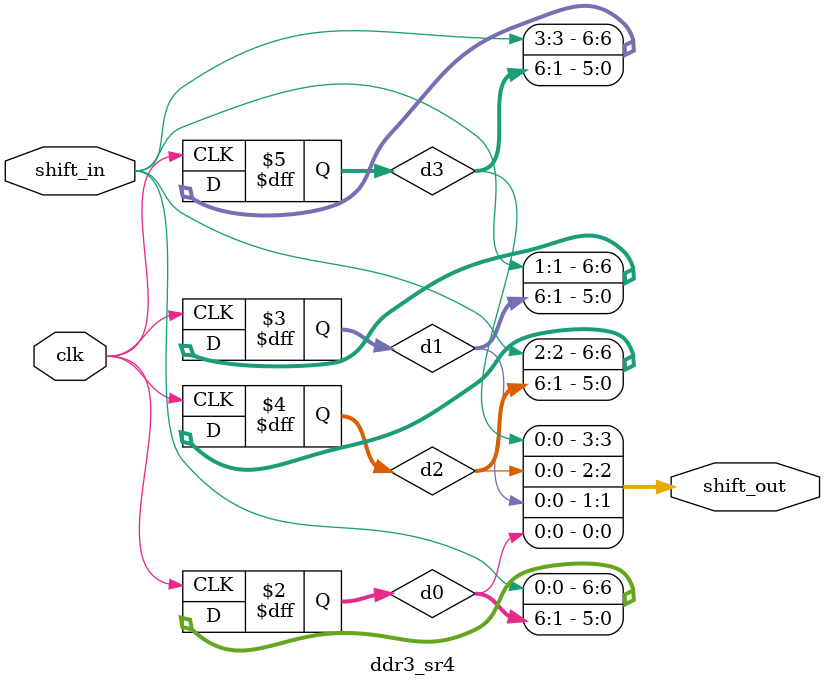
<source format=v>
/*
Multibits Shift Register
2010-2011 sclai <laikos@yahoo.com>

This library is free software; you can redistribute it and/or modify it 
 under the terms of the GNU Lesser General Public License as published by 
 the Free Software Foundation; either version 2.1 of the License, 
 or (at your option) any later version.
 
 This library is distributed in the hope that it will be useful, but 
 WITHOUT ANY WARRANTY; without even the implied warranty of
 MERCHANTABILITY or FITNESS FOR A PARTICULAR PURPOSE. See the GNU
 Lesser General Public License for more details.
 
 You should have received a copy of the GNU Lesser General Public
 License along with this library; if not, write to the Free Software
 Foundation, Inc., 59 Temple Place, Suite 330, Boston, MA 02111-1307
 USA
*/
module ddr3_sr4 #(
parameter PIPE_LEN=7
)(
input wire        clk,
input wire [3:0] shift_in,
output wire[3:0] shift_out
);
//register to hold value
reg [PIPE_LEN-1:0] d0;
reg [PIPE_LEN-1:0] d1;
reg [PIPE_LEN-1:0] d2;
reg [PIPE_LEN-1:0] d3;

always @(posedge clk)
begin
  d3  <={shift_in[ 3],d3[PIPE_LEN-1:1]};
  d2  <={shift_in[ 2],d2[PIPE_LEN-1:1]};
  d1  <={shift_in[ 1],d1[PIPE_LEN-1:1]};
  d0  <={shift_in[ 0],d0[PIPE_LEN-1:1]};
end    
  
assign shift_out={d3[0],d2[0],d1[0],d0[0]};
endmodule




</source>
